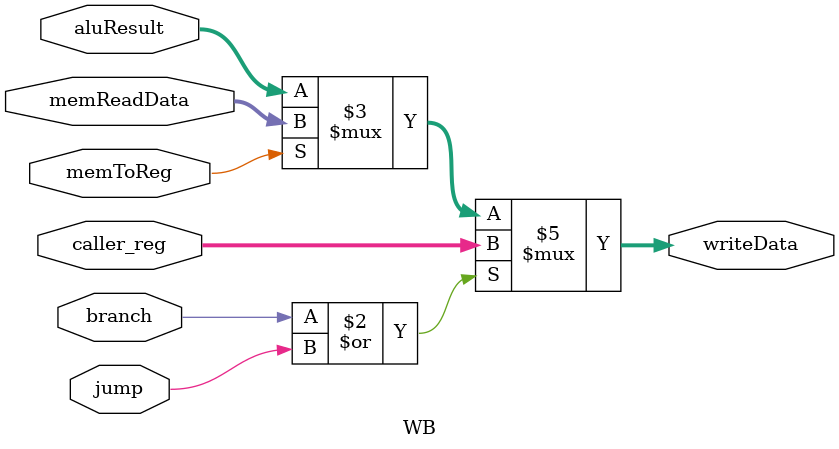
<source format=v>
module WB(
    input [31:0] aluResult,
    input [31:0] caller_reg,
    input [31:0] memReadData,
    input memToReg,
    input branch,
    input jump,
    output reg [31:0] writeData
);

always @(*) begin
    if (branch | jump) 
        writeData = caller_reg;  // Use blocking assignment inside an always block
    else
        writeData = memToReg ? memReadData : aluResult;
end

endmodule

</source>
